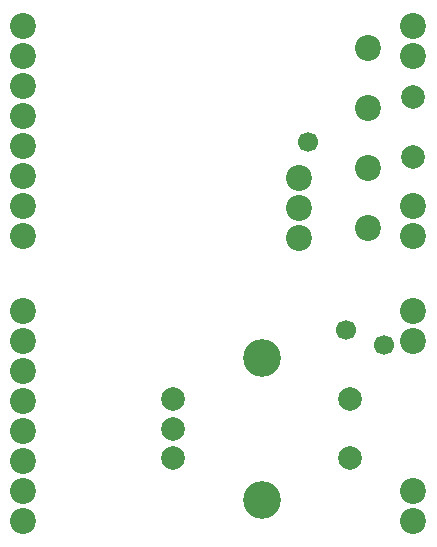
<source format=gts>
%FSLAX34Y34*%
%MOMM*%
%LNSOLDERMASK_TOP*%
G71*
G01*
%ADD10C, 2.20*%
%ADD11C, 2.20*%
%ADD12C, 2.00*%
%ADD13C, 1.70*%
%ADD14C, 2.00*%
%ADD15C, 3.20*%
%LPD*%
X371200Y968250D02*
G54D10*
D03*
X371200Y942850D02*
G54D10*
D03*
X41000Y968250D02*
G54D10*
D03*
X41000Y942850D02*
G54D10*
D03*
X41000Y917450D02*
G54D10*
D03*
X41000Y892050D02*
G54D10*
D03*
X41000Y866650D02*
G54D10*
D03*
X41000Y841250D02*
G54D10*
D03*
X371200Y815850D02*
G54D10*
D03*
X371200Y790450D02*
G54D10*
D03*
X41000Y815850D02*
G54D10*
D03*
X41000Y790450D02*
G54D10*
D03*
X274165Y788635D02*
G54D11*
D03*
X274165Y814035D02*
G54D11*
D03*
X274165Y839435D02*
G54D11*
D03*
X333100Y796800D02*
G54D10*
D03*
X333100Y847600D02*
G54D10*
D03*
X333100Y898400D02*
G54D10*
D03*
X333100Y949200D02*
G54D10*
D03*
X371200Y857250D02*
G54D12*
D03*
X371200Y908050D02*
G54D12*
D03*
X282300Y869950D02*
G54D13*
D03*
X371200Y726950D02*
G54D10*
D03*
X371200Y701550D02*
G54D10*
D03*
X41000Y726950D02*
G54D10*
D03*
X41000Y701550D02*
G54D10*
D03*
X41000Y676150D02*
G54D10*
D03*
X41000Y650750D02*
G54D10*
D03*
X41000Y625350D02*
G54D10*
D03*
X41000Y599950D02*
G54D10*
D03*
X371200Y574550D02*
G54D10*
D03*
X371200Y549150D02*
G54D10*
D03*
X41000Y574550D02*
G54D10*
D03*
X41000Y549150D02*
G54D10*
D03*
X167678Y652161D02*
G54D14*
D03*
X167678Y627161D02*
G54D14*
D03*
X167678Y602161D02*
G54D14*
D03*
X317678Y652161D02*
G54D14*
D03*
X317678Y602161D02*
G54D14*
D03*
X242678Y687161D02*
G54D15*
D03*
X242678Y567161D02*
G54D15*
D03*
X346075Y698500D02*
G54D13*
D03*
X314325Y711200D02*
G54D13*
D03*
M02*

</source>
